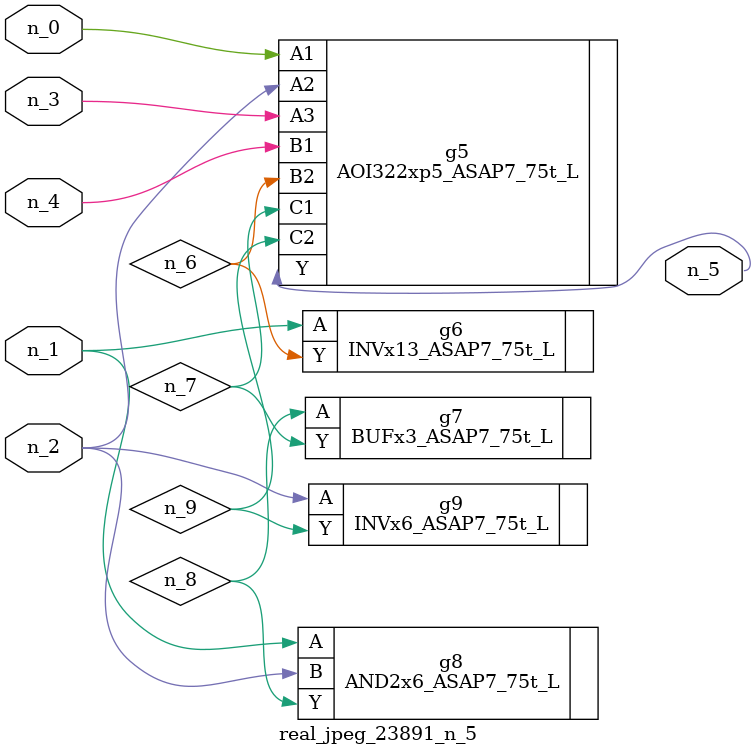
<source format=v>
module real_jpeg_23891_n_5 (n_4, n_0, n_1, n_2, n_3, n_5);

input n_4;
input n_0;
input n_1;
input n_2;
input n_3;

output n_5;

wire n_8;
wire n_6;
wire n_7;
wire n_9;

AOI322xp5_ASAP7_75t_L g5 ( 
.A1(n_0),
.A2(n_2),
.A3(n_3),
.B1(n_4),
.B2(n_6),
.C1(n_7),
.C2(n_9),
.Y(n_5)
);

INVx13_ASAP7_75t_L g6 ( 
.A(n_1),
.Y(n_6)
);

AND2x6_ASAP7_75t_L g8 ( 
.A(n_1),
.B(n_2),
.Y(n_8)
);

INVx6_ASAP7_75t_L g9 ( 
.A(n_2),
.Y(n_9)
);

BUFx3_ASAP7_75t_L g7 ( 
.A(n_8),
.Y(n_7)
);


endmodule
</source>
